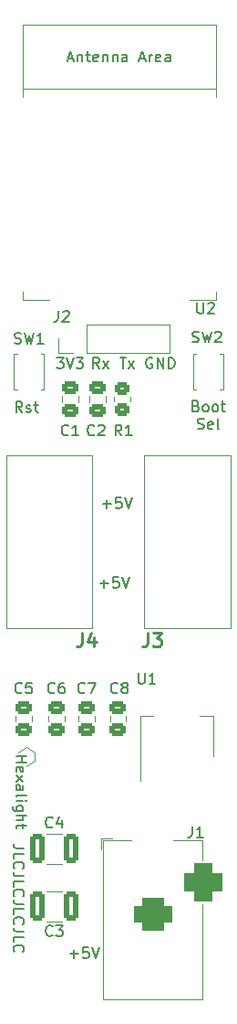
<source format=gto>
%TF.GenerationSoftware,KiCad,Pcbnew,(6.0.2)*%
%TF.CreationDate,2022-02-19T19:11:57+01:00*%
%TF.ProjectId,hexalight,68657861-6c69-4676-9874-2e6b69636164,rev?*%
%TF.SameCoordinates,Original*%
%TF.FileFunction,Legend,Top*%
%TF.FilePolarity,Positive*%
%FSLAX46Y46*%
G04 Gerber Fmt 4.6, Leading zero omitted, Abs format (unit mm)*
G04 Created by KiCad (PCBNEW (6.0.2)) date 2022-02-19 19:11:57*
%MOMM*%
%LPD*%
G01*
G04 APERTURE LIST*
G04 Aperture macros list*
%AMRoundRect*
0 Rectangle with rounded corners*
0 $1 Rounding radius*
0 $2 $3 $4 $5 $6 $7 $8 $9 X,Y pos of 4 corners*
0 Add a 4 corners polygon primitive as box body*
4,1,4,$2,$3,$4,$5,$6,$7,$8,$9,$2,$3,0*
0 Add four circle primitives for the rounded corners*
1,1,$1+$1,$2,$3*
1,1,$1+$1,$4,$5*
1,1,$1+$1,$6,$7*
1,1,$1+$1,$8,$9*
0 Add four rect primitives between the rounded corners*
20,1,$1+$1,$2,$3,$4,$5,0*
20,1,$1+$1,$4,$5,$6,$7,0*
20,1,$1+$1,$6,$7,$8,$9,0*
20,1,$1+$1,$8,$9,$2,$3,0*%
G04 Aperture macros list end*
%ADD10C,0.120000*%
%ADD11C,0.150000*%
%ADD12C,0.254000*%
%ADD13RoundRect,0.250000X0.450000X-0.350000X0.450000X0.350000X-0.450000X0.350000X-0.450000X-0.350000X0*%
%ADD14R,1.700000X0.900000*%
%ADD15R,1.500000X2.000000*%
%ADD16R,3.800000X2.000000*%
%ADD17R,1.500000X0.900000*%
%ADD18R,0.900000X1.500000*%
%ADD19R,1.050000X1.050000*%
%ADD20RoundRect,0.250000X0.412500X1.100000X-0.412500X1.100000X-0.412500X-1.100000X0.412500X-1.100000X0*%
%ADD21RoundRect,0.250000X-0.475000X0.337500X-0.475000X-0.337500X0.475000X-0.337500X0.475000X0.337500X0*%
%ADD22R,7.100000X2.000000*%
%ADD23RoundRect,0.250000X0.475000X-0.337500X0.475000X0.337500X-0.475000X0.337500X-0.475000X-0.337500X0*%
%ADD24R,1.700000X1.700000*%
%ADD25O,1.700000X1.700000*%
%ADD26R,3.500000X3.500000*%
%ADD27RoundRect,0.750000X1.000000X-0.750000X1.000000X0.750000X-1.000000X0.750000X-1.000000X-0.750000X0*%
%ADD28RoundRect,0.875000X0.875000X-0.875000X0.875000X0.875000X-0.875000X0.875000X-0.875000X-0.875000X0*%
G04 APERTURE END LIST*
D10*
X139700000Y-105156000D02*
X140462000Y-105664000D01*
X140462000Y-106426000D02*
X139700000Y-106934000D01*
X138938000Y-105664000D02*
X139700000Y-105156000D01*
X140462000Y-105664000D02*
X140462000Y-106426000D01*
D11*
X142525904Y-69048380D02*
X143144952Y-69048380D01*
X142811619Y-69429333D01*
X142954476Y-69429333D01*
X143049714Y-69476952D01*
X143097333Y-69524571D01*
X143144952Y-69619809D01*
X143144952Y-69857904D01*
X143097333Y-69953142D01*
X143049714Y-70000761D01*
X142954476Y-70048380D01*
X142668761Y-70048380D01*
X142573523Y-70000761D01*
X142525904Y-69953142D01*
X143430666Y-69048380D02*
X143764000Y-70048380D01*
X144097333Y-69048380D01*
X144335428Y-69048380D02*
X144954476Y-69048380D01*
X144621142Y-69429333D01*
X144764000Y-69429333D01*
X144859238Y-69476952D01*
X144906857Y-69524571D01*
X144954476Y-69619809D01*
X144954476Y-69857904D01*
X144906857Y-69953142D01*
X144859238Y-70000761D01*
X144764000Y-70048380D01*
X144478285Y-70048380D01*
X144383047Y-70000761D01*
X144335428Y-69953142D01*
X139485619Y-114506952D02*
X138771333Y-114506952D01*
X138628476Y-114459333D01*
X138533238Y-114364095D01*
X138485619Y-114221238D01*
X138485619Y-114126000D01*
X138485619Y-115459333D02*
X138485619Y-114983142D01*
X139485619Y-114983142D01*
X138580857Y-116364095D02*
X138533238Y-116316476D01*
X138485619Y-116173619D01*
X138485619Y-116078380D01*
X138533238Y-115935523D01*
X138628476Y-115840285D01*
X138723714Y-115792666D01*
X138914190Y-115745047D01*
X139057047Y-115745047D01*
X139247523Y-115792666D01*
X139342761Y-115840285D01*
X139438000Y-115935523D01*
X139485619Y-116078380D01*
X139485619Y-116173619D01*
X139438000Y-116316476D01*
X139390380Y-116364095D01*
X139485619Y-117078380D02*
X138771333Y-117078380D01*
X138628476Y-117030761D01*
X138533238Y-116935523D01*
X138485619Y-116792666D01*
X138485619Y-116697428D01*
X138485619Y-118030761D02*
X138485619Y-117554571D01*
X139485619Y-117554571D01*
X138580857Y-118935523D02*
X138533238Y-118887904D01*
X138485619Y-118745047D01*
X138485619Y-118649809D01*
X138533238Y-118506952D01*
X138628476Y-118411714D01*
X138723714Y-118364095D01*
X138914190Y-118316476D01*
X139057047Y-118316476D01*
X139247523Y-118364095D01*
X139342761Y-118411714D01*
X139438000Y-118506952D01*
X139485619Y-118649809D01*
X139485619Y-118745047D01*
X139438000Y-118887904D01*
X139390380Y-118935523D01*
X139485619Y-119649809D02*
X138771333Y-119649809D01*
X138628476Y-119602190D01*
X138533238Y-119506952D01*
X138485619Y-119364095D01*
X138485619Y-119268857D01*
X138485619Y-120602190D02*
X138485619Y-120126000D01*
X139485619Y-120126000D01*
X138580857Y-121506952D02*
X138533238Y-121459333D01*
X138485619Y-121316476D01*
X138485619Y-121221238D01*
X138533238Y-121078380D01*
X138628476Y-120983142D01*
X138723714Y-120935523D01*
X138914190Y-120887904D01*
X139057047Y-120887904D01*
X139247523Y-120935523D01*
X139342761Y-120983142D01*
X139438000Y-121078380D01*
X139485619Y-121221238D01*
X139485619Y-121316476D01*
X139438000Y-121459333D01*
X139390380Y-121506952D01*
X139485619Y-122221238D02*
X138771333Y-122221238D01*
X138628476Y-122173619D01*
X138533238Y-122078380D01*
X138485619Y-121935523D01*
X138485619Y-121840285D01*
X138485619Y-123173619D02*
X138485619Y-122697428D01*
X139485619Y-122697428D01*
X138580857Y-124078380D02*
X138533238Y-124030761D01*
X138485619Y-123887904D01*
X138485619Y-123792666D01*
X138533238Y-123649809D01*
X138628476Y-123554571D01*
X138723714Y-123506952D01*
X138914190Y-123459333D01*
X139057047Y-123459333D01*
X139247523Y-123506952D01*
X139342761Y-123554571D01*
X139438000Y-123649809D01*
X139485619Y-123792666D01*
X139485619Y-123887904D01*
X139438000Y-124030761D01*
X139390380Y-124078380D01*
X143748285Y-124277428D02*
X144510190Y-124277428D01*
X144129238Y-124658380D02*
X144129238Y-123896476D01*
X145462571Y-123658380D02*
X144986380Y-123658380D01*
X144938761Y-124134571D01*
X144986380Y-124086952D01*
X145081619Y-124039333D01*
X145319714Y-124039333D01*
X145414952Y-124086952D01*
X145462571Y-124134571D01*
X145510190Y-124229809D01*
X145510190Y-124467904D01*
X145462571Y-124563142D01*
X145414952Y-124610761D01*
X145319714Y-124658380D01*
X145081619Y-124658380D01*
X144986380Y-124610761D01*
X144938761Y-124563142D01*
X145795904Y-123658380D02*
X146129238Y-124658380D01*
X146462571Y-123658380D01*
X155471952Y-73545571D02*
X155614809Y-73593190D01*
X155662428Y-73640809D01*
X155710047Y-73736047D01*
X155710047Y-73878904D01*
X155662428Y-73974142D01*
X155614809Y-74021761D01*
X155519571Y-74069380D01*
X155138619Y-74069380D01*
X155138619Y-73069380D01*
X155471952Y-73069380D01*
X155567190Y-73117000D01*
X155614809Y-73164619D01*
X155662428Y-73259857D01*
X155662428Y-73355095D01*
X155614809Y-73450333D01*
X155567190Y-73497952D01*
X155471952Y-73545571D01*
X155138619Y-73545571D01*
X156281476Y-74069380D02*
X156186238Y-74021761D01*
X156138619Y-73974142D01*
X156091000Y-73878904D01*
X156091000Y-73593190D01*
X156138619Y-73497952D01*
X156186238Y-73450333D01*
X156281476Y-73402714D01*
X156424333Y-73402714D01*
X156519571Y-73450333D01*
X156567190Y-73497952D01*
X156614809Y-73593190D01*
X156614809Y-73878904D01*
X156567190Y-73974142D01*
X156519571Y-74021761D01*
X156424333Y-74069380D01*
X156281476Y-74069380D01*
X157186238Y-74069380D02*
X157091000Y-74021761D01*
X157043380Y-73974142D01*
X156995761Y-73878904D01*
X156995761Y-73593190D01*
X157043380Y-73497952D01*
X157091000Y-73450333D01*
X157186238Y-73402714D01*
X157329095Y-73402714D01*
X157424333Y-73450333D01*
X157471952Y-73497952D01*
X157519571Y-73593190D01*
X157519571Y-73878904D01*
X157471952Y-73974142D01*
X157424333Y-74021761D01*
X157329095Y-74069380D01*
X157186238Y-74069380D01*
X157805285Y-73402714D02*
X158186238Y-73402714D01*
X157948142Y-73069380D02*
X157948142Y-73926523D01*
X157995761Y-74021761D01*
X158091000Y-74069380D01*
X158186238Y-74069380D01*
X155614809Y-75631761D02*
X155757666Y-75679380D01*
X155995761Y-75679380D01*
X156091000Y-75631761D01*
X156138619Y-75584142D01*
X156186238Y-75488904D01*
X156186238Y-75393666D01*
X156138619Y-75298428D01*
X156091000Y-75250809D01*
X155995761Y-75203190D01*
X155805285Y-75155571D01*
X155710047Y-75107952D01*
X155662428Y-75060333D01*
X155614809Y-74965095D01*
X155614809Y-74869857D01*
X155662428Y-74774619D01*
X155710047Y-74727000D01*
X155805285Y-74679380D01*
X156043380Y-74679380D01*
X156186238Y-74727000D01*
X156995761Y-75631761D02*
X156900523Y-75679380D01*
X156710047Y-75679380D01*
X156614809Y-75631761D01*
X156567190Y-75536523D01*
X156567190Y-75155571D01*
X156614809Y-75060333D01*
X156710047Y-75012714D01*
X156900523Y-75012714D01*
X156995761Y-75060333D01*
X157043380Y-75155571D01*
X157043380Y-75250809D01*
X156567190Y-75346047D01*
X157614809Y-75679380D02*
X157519571Y-75631761D01*
X157471952Y-75536523D01*
X157471952Y-74679380D01*
X151384095Y-69096000D02*
X151288857Y-69048380D01*
X151146000Y-69048380D01*
X151003142Y-69096000D01*
X150907904Y-69191238D01*
X150860285Y-69286476D01*
X150812666Y-69476952D01*
X150812666Y-69619809D01*
X150860285Y-69810285D01*
X150907904Y-69905523D01*
X151003142Y-70000761D01*
X151146000Y-70048380D01*
X151241238Y-70048380D01*
X151384095Y-70000761D01*
X151431714Y-69953142D01*
X151431714Y-69619809D01*
X151241238Y-69619809D01*
X151860285Y-70048380D02*
X151860285Y-69048380D01*
X152431714Y-70048380D01*
X152431714Y-69048380D01*
X152907904Y-70048380D02*
X152907904Y-69048380D01*
X153146000Y-69048380D01*
X153288857Y-69096000D01*
X153384095Y-69191238D01*
X153431714Y-69286476D01*
X153479333Y-69476952D01*
X153479333Y-69619809D01*
X153431714Y-69810285D01*
X153384095Y-69905523D01*
X153288857Y-70000761D01*
X153146000Y-70048380D01*
X152907904Y-70048380D01*
X146462761Y-70048380D02*
X146129428Y-69572190D01*
X145891333Y-70048380D02*
X145891333Y-69048380D01*
X146272285Y-69048380D01*
X146367523Y-69096000D01*
X146415142Y-69143619D01*
X146462761Y-69238857D01*
X146462761Y-69381714D01*
X146415142Y-69476952D01*
X146367523Y-69524571D01*
X146272285Y-69572190D01*
X145891333Y-69572190D01*
X146796095Y-70048380D02*
X147319904Y-69381714D01*
X146796095Y-69381714D02*
X147319904Y-70048380D01*
X139319047Y-74112380D02*
X138985714Y-73636190D01*
X138747619Y-74112380D02*
X138747619Y-73112380D01*
X139128571Y-73112380D01*
X139223809Y-73160000D01*
X139271428Y-73207619D01*
X139319047Y-73302857D01*
X139319047Y-73445714D01*
X139271428Y-73540952D01*
X139223809Y-73588571D01*
X139128571Y-73636190D01*
X138747619Y-73636190D01*
X139700000Y-74064761D02*
X139795238Y-74112380D01*
X139985714Y-74112380D01*
X140080952Y-74064761D01*
X140128571Y-73969523D01*
X140128571Y-73921904D01*
X140080952Y-73826666D01*
X139985714Y-73779047D01*
X139842857Y-73779047D01*
X139747619Y-73731428D01*
X139700000Y-73636190D01*
X139700000Y-73588571D01*
X139747619Y-73493333D01*
X139842857Y-73445714D01*
X139985714Y-73445714D01*
X140080952Y-73493333D01*
X140414285Y-73445714D02*
X140795238Y-73445714D01*
X140557142Y-73112380D02*
X140557142Y-73969523D01*
X140604761Y-74064761D01*
X140700000Y-74112380D01*
X140795238Y-74112380D01*
X138739619Y-105958095D02*
X139739619Y-105958095D01*
X139263428Y-105958095D02*
X139263428Y-106529523D01*
X138739619Y-106529523D02*
X139739619Y-106529523D01*
X138787238Y-107386666D02*
X138739619Y-107291428D01*
X138739619Y-107100952D01*
X138787238Y-107005714D01*
X138882476Y-106958095D01*
X139263428Y-106958095D01*
X139358666Y-107005714D01*
X139406285Y-107100952D01*
X139406285Y-107291428D01*
X139358666Y-107386666D01*
X139263428Y-107434285D01*
X139168190Y-107434285D01*
X139072952Y-106958095D01*
X138739619Y-107767619D02*
X139406285Y-108291428D01*
X139406285Y-107767619D02*
X138739619Y-108291428D01*
X138739619Y-109100952D02*
X139263428Y-109100952D01*
X139358666Y-109053333D01*
X139406285Y-108958095D01*
X139406285Y-108767619D01*
X139358666Y-108672380D01*
X138787238Y-109100952D02*
X138739619Y-109005714D01*
X138739619Y-108767619D01*
X138787238Y-108672380D01*
X138882476Y-108624761D01*
X138977714Y-108624761D01*
X139072952Y-108672380D01*
X139120571Y-108767619D01*
X139120571Y-109005714D01*
X139168190Y-109100952D01*
X138739619Y-109720000D02*
X138787238Y-109624761D01*
X138882476Y-109577142D01*
X139739619Y-109577142D01*
X138739619Y-110100952D02*
X139406285Y-110100952D01*
X139739619Y-110100952D02*
X139692000Y-110053333D01*
X139644380Y-110100952D01*
X139692000Y-110148571D01*
X139739619Y-110100952D01*
X139644380Y-110100952D01*
X139406285Y-111005714D02*
X138596761Y-111005714D01*
X138501523Y-110958095D01*
X138453904Y-110910476D01*
X138406285Y-110815238D01*
X138406285Y-110672380D01*
X138453904Y-110577142D01*
X138787238Y-111005714D02*
X138739619Y-110910476D01*
X138739619Y-110720000D01*
X138787238Y-110624761D01*
X138834857Y-110577142D01*
X138930095Y-110529523D01*
X139215809Y-110529523D01*
X139311047Y-110577142D01*
X139358666Y-110624761D01*
X139406285Y-110720000D01*
X139406285Y-110910476D01*
X139358666Y-111005714D01*
X138739619Y-111481904D02*
X139739619Y-111481904D01*
X138739619Y-111910476D02*
X139263428Y-111910476D01*
X139358666Y-111862857D01*
X139406285Y-111767619D01*
X139406285Y-111624761D01*
X139358666Y-111529523D01*
X139311047Y-111481904D01*
X139406285Y-112243809D02*
X139406285Y-112624761D01*
X139739619Y-112386666D02*
X138882476Y-112386666D01*
X138787238Y-112434285D01*
X138739619Y-112529523D01*
X138739619Y-112624761D01*
X146542285Y-89987428D02*
X147304190Y-89987428D01*
X146923238Y-90368380D02*
X146923238Y-89606476D01*
X148256571Y-89368380D02*
X147780380Y-89368380D01*
X147732761Y-89844571D01*
X147780380Y-89796952D01*
X147875619Y-89749333D01*
X148113714Y-89749333D01*
X148208952Y-89796952D01*
X148256571Y-89844571D01*
X148304190Y-89939809D01*
X148304190Y-90177904D01*
X148256571Y-90273142D01*
X148208952Y-90320761D01*
X148113714Y-90368380D01*
X147875619Y-90368380D01*
X147780380Y-90320761D01*
X147732761Y-90273142D01*
X148589904Y-89368380D02*
X148923238Y-90368380D01*
X149256571Y-89368380D01*
X146796285Y-82621428D02*
X147558190Y-82621428D01*
X147177238Y-83002380D02*
X147177238Y-82240476D01*
X148510571Y-82002380D02*
X148034380Y-82002380D01*
X147986761Y-82478571D01*
X148034380Y-82430952D01*
X148129619Y-82383333D01*
X148367714Y-82383333D01*
X148462952Y-82430952D01*
X148510571Y-82478571D01*
X148558190Y-82573809D01*
X148558190Y-82811904D01*
X148510571Y-82907142D01*
X148462952Y-82954761D01*
X148367714Y-83002380D01*
X148129619Y-83002380D01*
X148034380Y-82954761D01*
X147986761Y-82907142D01*
X148843904Y-82002380D02*
X149177238Y-83002380D01*
X149510571Y-82002380D01*
X148407523Y-69048380D02*
X148978952Y-69048380D01*
X148693238Y-70048380D02*
X148693238Y-69048380D01*
X149217047Y-70048380D02*
X149740857Y-69381714D01*
X149217047Y-69381714D02*
X149740857Y-70048380D01*
X148550333Y-76271380D02*
X148217000Y-75795190D01*
X147978904Y-76271380D02*
X147978904Y-75271380D01*
X148359857Y-75271380D01*
X148455095Y-75319000D01*
X148502714Y-75366619D01*
X148550333Y-75461857D01*
X148550333Y-75604714D01*
X148502714Y-75699952D01*
X148455095Y-75747571D01*
X148359857Y-75795190D01*
X147978904Y-75795190D01*
X149502714Y-76271380D02*
X148931285Y-76271380D01*
X149217000Y-76271380D02*
X149217000Y-75271380D01*
X149121761Y-75414238D01*
X149026523Y-75509476D01*
X148931285Y-75557095D01*
X138620666Y-67714761D02*
X138763523Y-67762380D01*
X139001619Y-67762380D01*
X139096857Y-67714761D01*
X139144476Y-67667142D01*
X139192095Y-67571904D01*
X139192095Y-67476666D01*
X139144476Y-67381428D01*
X139096857Y-67333809D01*
X139001619Y-67286190D01*
X138811142Y-67238571D01*
X138715904Y-67190952D01*
X138668285Y-67143333D01*
X138620666Y-67048095D01*
X138620666Y-66952857D01*
X138668285Y-66857619D01*
X138715904Y-66810000D01*
X138811142Y-66762380D01*
X139049238Y-66762380D01*
X139192095Y-66810000D01*
X139525428Y-66762380D02*
X139763523Y-67762380D01*
X139954000Y-67048095D01*
X140144476Y-67762380D01*
X140382571Y-66762380D01*
X141287333Y-67762380D02*
X140715904Y-67762380D01*
X141001619Y-67762380D02*
X141001619Y-66762380D01*
X140906380Y-66905238D01*
X140811142Y-67000476D01*
X140715904Y-67048095D01*
X150114095Y-98258380D02*
X150114095Y-99067904D01*
X150161714Y-99163142D01*
X150209333Y-99210761D01*
X150304571Y-99258380D01*
X150495047Y-99258380D01*
X150590285Y-99210761D01*
X150637904Y-99163142D01*
X150685523Y-99067904D01*
X150685523Y-98258380D01*
X151685523Y-99258380D02*
X151114095Y-99258380D01*
X151399809Y-99258380D02*
X151399809Y-98258380D01*
X151304571Y-98401238D01*
X151209333Y-98496476D01*
X151114095Y-98544095D01*
X155575095Y-63968380D02*
X155575095Y-64777904D01*
X155622714Y-64873142D01*
X155670333Y-64920761D01*
X155765571Y-64968380D01*
X155956047Y-64968380D01*
X156051285Y-64920761D01*
X156098904Y-64873142D01*
X156146523Y-64777904D01*
X156146523Y-63968380D01*
X156575095Y-64063619D02*
X156622714Y-64016000D01*
X156717952Y-63968380D01*
X156956047Y-63968380D01*
X157051285Y-64016000D01*
X157098904Y-64063619D01*
X157146523Y-64158857D01*
X157146523Y-64254095D01*
X157098904Y-64396952D01*
X156527476Y-64968380D01*
X157146523Y-64968380D01*
X143574095Y-41371666D02*
X144050285Y-41371666D01*
X143478857Y-41657380D02*
X143812190Y-40657380D01*
X144145523Y-41657380D01*
X144478857Y-40990714D02*
X144478857Y-41657380D01*
X144478857Y-41085952D02*
X144526476Y-41038333D01*
X144621714Y-40990714D01*
X144764571Y-40990714D01*
X144859809Y-41038333D01*
X144907428Y-41133571D01*
X144907428Y-41657380D01*
X145240761Y-40990714D02*
X145621714Y-40990714D01*
X145383619Y-40657380D02*
X145383619Y-41514523D01*
X145431238Y-41609761D01*
X145526476Y-41657380D01*
X145621714Y-41657380D01*
X146336000Y-41609761D02*
X146240761Y-41657380D01*
X146050285Y-41657380D01*
X145955047Y-41609761D01*
X145907428Y-41514523D01*
X145907428Y-41133571D01*
X145955047Y-41038333D01*
X146050285Y-40990714D01*
X146240761Y-40990714D01*
X146336000Y-41038333D01*
X146383619Y-41133571D01*
X146383619Y-41228809D01*
X145907428Y-41324047D01*
X146812190Y-40990714D02*
X146812190Y-41657380D01*
X146812190Y-41085952D02*
X146859809Y-41038333D01*
X146955047Y-40990714D01*
X147097904Y-40990714D01*
X147193142Y-41038333D01*
X147240761Y-41133571D01*
X147240761Y-41657380D01*
X147716952Y-40990714D02*
X147716952Y-41657380D01*
X147716952Y-41085952D02*
X147764571Y-41038333D01*
X147859809Y-40990714D01*
X148002666Y-40990714D01*
X148097904Y-41038333D01*
X148145523Y-41133571D01*
X148145523Y-41657380D01*
X149050285Y-41657380D02*
X149050285Y-41133571D01*
X149002666Y-41038333D01*
X148907428Y-40990714D01*
X148716952Y-40990714D01*
X148621714Y-41038333D01*
X149050285Y-41609761D02*
X148955047Y-41657380D01*
X148716952Y-41657380D01*
X148621714Y-41609761D01*
X148574095Y-41514523D01*
X148574095Y-41419285D01*
X148621714Y-41324047D01*
X148716952Y-41276428D01*
X148955047Y-41276428D01*
X149050285Y-41228809D01*
X150240761Y-41371666D02*
X150716952Y-41371666D01*
X150145523Y-41657380D02*
X150478857Y-40657380D01*
X150812190Y-41657380D01*
X151145523Y-41657380D02*
X151145523Y-40990714D01*
X151145523Y-41181190D02*
X151193142Y-41085952D01*
X151240761Y-41038333D01*
X151336000Y-40990714D01*
X151431238Y-40990714D01*
X152145523Y-41609761D02*
X152050285Y-41657380D01*
X151859809Y-41657380D01*
X151764571Y-41609761D01*
X151716952Y-41514523D01*
X151716952Y-41133571D01*
X151764571Y-41038333D01*
X151859809Y-40990714D01*
X152050285Y-40990714D01*
X152145523Y-41038333D01*
X152193142Y-41133571D01*
X152193142Y-41228809D01*
X151716952Y-41324047D01*
X153050285Y-41657380D02*
X153050285Y-41133571D01*
X153002666Y-41038333D01*
X152907428Y-40990714D01*
X152716952Y-40990714D01*
X152621714Y-41038333D01*
X153050285Y-41609761D02*
X152955047Y-41657380D01*
X152716952Y-41657380D01*
X152621714Y-41609761D01*
X152574095Y-41514523D01*
X152574095Y-41419285D01*
X152621714Y-41324047D01*
X152716952Y-41276428D01*
X152955047Y-41276428D01*
X153050285Y-41228809D01*
X155130666Y-67587761D02*
X155273523Y-67635380D01*
X155511619Y-67635380D01*
X155606857Y-67587761D01*
X155654476Y-67540142D01*
X155702095Y-67444904D01*
X155702095Y-67349666D01*
X155654476Y-67254428D01*
X155606857Y-67206809D01*
X155511619Y-67159190D01*
X155321142Y-67111571D01*
X155225904Y-67063952D01*
X155178285Y-67016333D01*
X155130666Y-66921095D01*
X155130666Y-66825857D01*
X155178285Y-66730619D01*
X155225904Y-66683000D01*
X155321142Y-66635380D01*
X155559238Y-66635380D01*
X155702095Y-66683000D01*
X156035428Y-66635380D02*
X156273523Y-67635380D01*
X156464000Y-66921095D01*
X156654476Y-67635380D01*
X156892571Y-66635380D01*
X157225904Y-66730619D02*
X157273523Y-66683000D01*
X157368761Y-66635380D01*
X157606857Y-66635380D01*
X157702095Y-66683000D01*
X157749714Y-66730619D01*
X157797333Y-66825857D01*
X157797333Y-66921095D01*
X157749714Y-67063952D01*
X157178285Y-67635380D01*
X157797333Y-67635380D01*
X142122333Y-112498142D02*
X142074714Y-112545761D01*
X141931857Y-112593380D01*
X141836619Y-112593380D01*
X141693761Y-112545761D01*
X141598523Y-112450523D01*
X141550904Y-112355285D01*
X141503285Y-112164809D01*
X141503285Y-112021952D01*
X141550904Y-111831476D01*
X141598523Y-111736238D01*
X141693761Y-111641000D01*
X141836619Y-111593380D01*
X141931857Y-111593380D01*
X142074714Y-111641000D01*
X142122333Y-111688619D01*
X142979476Y-111926714D02*
X142979476Y-112593380D01*
X142741380Y-111545761D02*
X142503285Y-112260047D01*
X143122333Y-112260047D01*
X142327333Y-100052142D02*
X142279714Y-100099761D01*
X142136857Y-100147380D01*
X142041619Y-100147380D01*
X141898761Y-100099761D01*
X141803523Y-100004523D01*
X141755904Y-99909285D01*
X141708285Y-99718809D01*
X141708285Y-99575952D01*
X141755904Y-99385476D01*
X141803523Y-99290238D01*
X141898761Y-99195000D01*
X142041619Y-99147380D01*
X142136857Y-99147380D01*
X142279714Y-99195000D01*
X142327333Y-99242619D01*
X143184476Y-99147380D02*
X142994000Y-99147380D01*
X142898761Y-99195000D01*
X142851142Y-99242619D01*
X142755904Y-99385476D01*
X142708285Y-99575952D01*
X142708285Y-99956904D01*
X142755904Y-100052142D01*
X142803523Y-100099761D01*
X142898761Y-100147380D01*
X143089238Y-100147380D01*
X143184476Y-100099761D01*
X143232095Y-100052142D01*
X143279714Y-99956904D01*
X143279714Y-99718809D01*
X143232095Y-99623571D01*
X143184476Y-99575952D01*
X143089238Y-99528333D01*
X142898761Y-99528333D01*
X142803523Y-99575952D01*
X142755904Y-99623571D01*
X142708285Y-99718809D01*
D12*
X150960666Y-94554523D02*
X150960666Y-95461666D01*
X150900190Y-95643095D01*
X150779238Y-95764047D01*
X150597809Y-95824523D01*
X150476857Y-95824523D01*
X151444476Y-94554523D02*
X152230666Y-94554523D01*
X151807333Y-95038333D01*
X151988761Y-95038333D01*
X152109714Y-95098809D01*
X152170190Y-95159285D01*
X152230666Y-95280238D01*
X152230666Y-95582619D01*
X152170190Y-95703571D01*
X152109714Y-95764047D01*
X151988761Y-95824523D01*
X151625904Y-95824523D01*
X151504952Y-95764047D01*
X151444476Y-95703571D01*
X144864666Y-94554523D02*
X144864666Y-95461666D01*
X144804190Y-95643095D01*
X144683238Y-95764047D01*
X144501809Y-95824523D01*
X144380857Y-95824523D01*
X146013714Y-94977857D02*
X146013714Y-95824523D01*
X145711333Y-94494047D02*
X145408952Y-95401190D01*
X146195142Y-95401190D01*
D11*
X146010333Y-76176142D02*
X145962714Y-76223761D01*
X145819857Y-76271380D01*
X145724619Y-76271380D01*
X145581761Y-76223761D01*
X145486523Y-76128523D01*
X145438904Y-76033285D01*
X145391285Y-75842809D01*
X145391285Y-75699952D01*
X145438904Y-75509476D01*
X145486523Y-75414238D01*
X145581761Y-75319000D01*
X145724619Y-75271380D01*
X145819857Y-75271380D01*
X145962714Y-75319000D01*
X146010333Y-75366619D01*
X146391285Y-75366619D02*
X146438904Y-75319000D01*
X146534142Y-75271380D01*
X146772238Y-75271380D01*
X146867476Y-75319000D01*
X146915095Y-75366619D01*
X146962714Y-75461857D01*
X146962714Y-75557095D01*
X146915095Y-75699952D01*
X146343666Y-76271380D01*
X146962714Y-76271380D01*
X143597333Y-76176142D02*
X143549714Y-76223761D01*
X143406857Y-76271380D01*
X143311619Y-76271380D01*
X143168761Y-76223761D01*
X143073523Y-76128523D01*
X143025904Y-76033285D01*
X142978285Y-75842809D01*
X142978285Y-75699952D01*
X143025904Y-75509476D01*
X143073523Y-75414238D01*
X143168761Y-75319000D01*
X143311619Y-75271380D01*
X143406857Y-75271380D01*
X143549714Y-75319000D01*
X143597333Y-75366619D01*
X144549714Y-76271380D02*
X143978285Y-76271380D01*
X144264000Y-76271380D02*
X144264000Y-75271380D01*
X144168761Y-75414238D01*
X144073523Y-75509476D01*
X143978285Y-75557095D01*
X139279333Y-100052142D02*
X139231714Y-100099761D01*
X139088857Y-100147380D01*
X138993619Y-100147380D01*
X138850761Y-100099761D01*
X138755523Y-100004523D01*
X138707904Y-99909285D01*
X138660285Y-99718809D01*
X138660285Y-99575952D01*
X138707904Y-99385476D01*
X138755523Y-99290238D01*
X138850761Y-99195000D01*
X138993619Y-99147380D01*
X139088857Y-99147380D01*
X139231714Y-99195000D01*
X139279333Y-99242619D01*
X140184095Y-99147380D02*
X139707904Y-99147380D01*
X139660285Y-99623571D01*
X139707904Y-99575952D01*
X139803142Y-99528333D01*
X140041238Y-99528333D01*
X140136476Y-99575952D01*
X140184095Y-99623571D01*
X140231714Y-99718809D01*
X140231714Y-99956904D01*
X140184095Y-100052142D01*
X140136476Y-100099761D01*
X140041238Y-100147380D01*
X139803142Y-100147380D01*
X139707904Y-100099761D01*
X139660285Y-100052142D01*
X142122333Y-122545142D02*
X142074714Y-122592761D01*
X141931857Y-122640380D01*
X141836619Y-122640380D01*
X141693761Y-122592761D01*
X141598523Y-122497523D01*
X141550904Y-122402285D01*
X141503285Y-122211809D01*
X141503285Y-122068952D01*
X141550904Y-121878476D01*
X141598523Y-121783238D01*
X141693761Y-121688000D01*
X141836619Y-121640380D01*
X141931857Y-121640380D01*
X142074714Y-121688000D01*
X142122333Y-121735619D01*
X142455666Y-121640380D02*
X143074714Y-121640380D01*
X142741380Y-122021333D01*
X142884238Y-122021333D01*
X142979476Y-122068952D01*
X143027095Y-122116571D01*
X143074714Y-122211809D01*
X143074714Y-122449904D01*
X143027095Y-122545142D01*
X142979476Y-122592761D01*
X142884238Y-122640380D01*
X142598523Y-122640380D01*
X142503285Y-122592761D01*
X142455666Y-122545142D01*
X142668666Y-64730380D02*
X142668666Y-65444666D01*
X142621047Y-65587523D01*
X142525809Y-65682761D01*
X142382952Y-65730380D01*
X142287714Y-65730380D01*
X143097238Y-64825619D02*
X143144857Y-64778000D01*
X143240095Y-64730380D01*
X143478190Y-64730380D01*
X143573428Y-64778000D01*
X143621047Y-64825619D01*
X143668666Y-64920857D01*
X143668666Y-65016095D01*
X143621047Y-65158952D01*
X143049619Y-65730380D01*
X143668666Y-65730380D01*
X155114666Y-112482380D02*
X155114666Y-113196666D01*
X155067047Y-113339523D01*
X154971809Y-113434761D01*
X154828952Y-113482380D01*
X154733714Y-113482380D01*
X156114666Y-113482380D02*
X155543238Y-113482380D01*
X155828952Y-113482380D02*
X155828952Y-112482380D01*
X155733714Y-112625238D01*
X155638476Y-112720476D01*
X155543238Y-112768095D01*
X148169333Y-100052142D02*
X148121714Y-100099761D01*
X147978857Y-100147380D01*
X147883619Y-100147380D01*
X147740761Y-100099761D01*
X147645523Y-100004523D01*
X147597904Y-99909285D01*
X147550285Y-99718809D01*
X147550285Y-99575952D01*
X147597904Y-99385476D01*
X147645523Y-99290238D01*
X147740761Y-99195000D01*
X147883619Y-99147380D01*
X147978857Y-99147380D01*
X148121714Y-99195000D01*
X148169333Y-99242619D01*
X148740761Y-99575952D02*
X148645523Y-99528333D01*
X148597904Y-99480714D01*
X148550285Y-99385476D01*
X148550285Y-99337857D01*
X148597904Y-99242619D01*
X148645523Y-99195000D01*
X148740761Y-99147380D01*
X148931238Y-99147380D01*
X149026476Y-99195000D01*
X149074095Y-99242619D01*
X149121714Y-99337857D01*
X149121714Y-99385476D01*
X149074095Y-99480714D01*
X149026476Y-99528333D01*
X148931238Y-99575952D01*
X148740761Y-99575952D01*
X148645523Y-99623571D01*
X148597904Y-99671190D01*
X148550285Y-99766428D01*
X148550285Y-99956904D01*
X148597904Y-100052142D01*
X148645523Y-100099761D01*
X148740761Y-100147380D01*
X148931238Y-100147380D01*
X149026476Y-100099761D01*
X149074095Y-100052142D01*
X149121714Y-99956904D01*
X149121714Y-99766428D01*
X149074095Y-99671190D01*
X149026476Y-99623571D01*
X148931238Y-99575952D01*
X145121333Y-100052142D02*
X145073714Y-100099761D01*
X144930857Y-100147380D01*
X144835619Y-100147380D01*
X144692761Y-100099761D01*
X144597523Y-100004523D01*
X144549904Y-99909285D01*
X144502285Y-99718809D01*
X144502285Y-99575952D01*
X144549904Y-99385476D01*
X144597523Y-99290238D01*
X144692761Y-99195000D01*
X144835619Y-99147380D01*
X144930857Y-99147380D01*
X145073714Y-99195000D01*
X145121333Y-99242619D01*
X145454666Y-99147380D02*
X146121333Y-99147380D01*
X145692761Y-100147380D01*
D10*
X149325000Y-73125064D02*
X149325000Y-72670936D01*
X147855000Y-73125064D02*
X147855000Y-72670936D01*
X141354000Y-68708000D02*
X141054000Y-68708000D01*
X141354000Y-72008000D02*
X141354000Y-68708000D01*
X141054000Y-72008000D02*
X141354000Y-72008000D01*
X138554000Y-72008000D02*
X138554000Y-68708000D01*
X138554000Y-68708000D02*
X138854000Y-68708000D01*
X138854000Y-72008000D02*
X138554000Y-72008000D01*
X157080000Y-105990000D02*
X157080000Y-102230000D01*
X157080000Y-102230000D02*
X155820000Y-102230000D01*
X150260000Y-102230000D02*
X151520000Y-102230000D01*
X150260000Y-108240000D02*
X150260000Y-102230000D01*
X157336000Y-63705000D02*
X156586000Y-63705000D01*
X140086000Y-63705000D02*
X141836000Y-63705000D01*
X139336000Y-38205000D02*
X157336000Y-38205000D01*
X156586000Y-63705000D02*
X154836000Y-63705000D01*
X139336000Y-62955000D02*
X139336000Y-63705000D01*
X157336000Y-38205000D02*
X157336000Y-44955000D01*
X157336000Y-44145000D02*
X139336000Y-44145000D01*
X139336000Y-63705000D02*
X140086000Y-63705000D01*
X139336000Y-38205000D02*
X139336000Y-44955000D01*
X157336000Y-62955000D02*
X157336000Y-63705000D01*
X155191000Y-68708000D02*
X155491000Y-68708000D01*
X157691000Y-72008000D02*
X157991000Y-72008000D01*
X157991000Y-72008000D02*
X157991000Y-68708000D01*
X157991000Y-68708000D02*
X157691000Y-68708000D01*
X155491000Y-72008000D02*
X155191000Y-72008000D01*
X155191000Y-72008000D02*
X155191000Y-68708000D01*
X143000252Y-115914000D02*
X141577748Y-115914000D01*
X143000252Y-113194000D02*
X141577748Y-113194000D01*
X141759000Y-102227748D02*
X141759000Y-102750252D01*
X143229000Y-102227748D02*
X143229000Y-102750252D01*
X150661000Y-78074000D02*
X158661000Y-78074000D01*
X158661000Y-78074000D02*
X158661000Y-94074000D01*
X158661000Y-94074000D02*
X150661000Y-94074000D01*
X150661000Y-94074000D02*
X150661000Y-78074000D01*
X145838000Y-94070000D02*
X137838000Y-94070000D01*
X137838000Y-94070000D02*
X137838000Y-78070000D01*
X137838000Y-78070000D02*
X145838000Y-78070000D01*
X145838000Y-78070000D02*
X145838000Y-94070000D01*
X147039000Y-73159252D02*
X147039000Y-72636748D01*
X145569000Y-73159252D02*
X145569000Y-72636748D01*
X143029000Y-73159252D02*
X143029000Y-72636748D01*
X144499000Y-73159252D02*
X144499000Y-72636748D01*
X140205000Y-102750252D02*
X140205000Y-102227748D01*
X138735000Y-102750252D02*
X138735000Y-102227748D01*
X143000252Y-121248000D02*
X141577748Y-121248000D01*
X143000252Y-118528000D02*
X141577748Y-118528000D01*
X145298000Y-68640000D02*
X145298000Y-65980000D01*
X144028000Y-68640000D02*
X142698000Y-68640000D01*
X145298000Y-65980000D02*
X152978000Y-65980000D01*
X145298000Y-68640000D02*
X152978000Y-68640000D01*
X152978000Y-68640000D02*
X152978000Y-65980000D01*
X142698000Y-68640000D02*
X142698000Y-67310000D01*
X156042500Y-113750000D02*
X156042500Y-115650000D01*
X146842500Y-113750000D02*
X149442500Y-113750000D01*
X156042500Y-119650000D02*
X156042500Y-128450000D01*
X147692500Y-113550000D02*
X146642500Y-113550000D01*
X146642500Y-114600000D02*
X146642500Y-113550000D01*
X153342500Y-113750000D02*
X156042500Y-113750000D01*
X146842500Y-128450000D02*
X146842500Y-113750000D01*
X156042500Y-128450000D02*
X146842500Y-128450000D01*
X148944000Y-102227748D02*
X148944000Y-102750252D01*
X147474000Y-102227748D02*
X147474000Y-102750252D01*
X146023000Y-102748252D02*
X146023000Y-102225748D01*
X144553000Y-102748252D02*
X144553000Y-102225748D01*
%LPC*%
D13*
X148590000Y-73898000D03*
X148590000Y-71898000D03*
D14*
X139954000Y-72058000D03*
X139954000Y-68658000D03*
D15*
X151370000Y-107290000D03*
D16*
X153670000Y-100990000D03*
D15*
X153670000Y-107290000D03*
X155970000Y-107290000D03*
D17*
X139586000Y-45695000D03*
X139586000Y-46965000D03*
X139586000Y-48235000D03*
X139586000Y-49505000D03*
X139586000Y-50775000D03*
X139586000Y-52045000D03*
X139586000Y-53315000D03*
X139586000Y-54585000D03*
X139586000Y-55855000D03*
X139586000Y-57125000D03*
X139586000Y-58395000D03*
X139586000Y-59665000D03*
X139586000Y-60935000D03*
X139586000Y-62205000D03*
D18*
X142616000Y-63455000D03*
X143886000Y-63455000D03*
X145156000Y-63455000D03*
X146426000Y-63455000D03*
X147696000Y-63455000D03*
X148966000Y-63455000D03*
X150236000Y-63455000D03*
X151506000Y-63455000D03*
X152776000Y-63455000D03*
X154046000Y-63455000D03*
D17*
X157086000Y-62205000D03*
X157086000Y-60935000D03*
X157086000Y-59665000D03*
X157086000Y-58395000D03*
X157086000Y-57125000D03*
X157086000Y-55855000D03*
X157086000Y-54585000D03*
X157086000Y-53315000D03*
X157086000Y-52045000D03*
X157086000Y-50775000D03*
X157086000Y-49505000D03*
X157086000Y-48235000D03*
X157086000Y-46965000D03*
X157086000Y-45695000D03*
D19*
X149181000Y-53035000D03*
X149181000Y-51510000D03*
X146131000Y-53035000D03*
X146131000Y-51510000D03*
X147656000Y-51510000D03*
X149181000Y-54560000D03*
X146131000Y-54560000D03*
X147656000Y-54560000D03*
X147656000Y-53035000D03*
D14*
X156591000Y-72058000D03*
X156591000Y-68658000D03*
D20*
X143851500Y-114554000D03*
X140726500Y-114554000D03*
D21*
X142494000Y-101451500D03*
X142494000Y-103526500D03*
D22*
X154686000Y-80074000D03*
X154686000Y-84074000D03*
X154686000Y-88074000D03*
X154686000Y-92074000D03*
X141813000Y-92070000D03*
X141813000Y-88070000D03*
X141813000Y-84070000D03*
X141813000Y-80070000D03*
D23*
X146304000Y-73935500D03*
X146304000Y-71860500D03*
X143764000Y-73935500D03*
X143764000Y-71860500D03*
X139470000Y-103526500D03*
X139470000Y-101451500D03*
D20*
X143851500Y-119888000D03*
X140726500Y-119888000D03*
D24*
X144028000Y-67310000D03*
D25*
X146568000Y-67310000D03*
X149108000Y-67310000D03*
X151648000Y-67310000D03*
D26*
X151442500Y-114650000D03*
D27*
X151442500Y-120650000D03*
D28*
X156142500Y-117650000D03*
D21*
X148209000Y-101451500D03*
X148209000Y-103526500D03*
D23*
X145288000Y-103524500D03*
X145288000Y-101449500D03*
M02*

</source>
